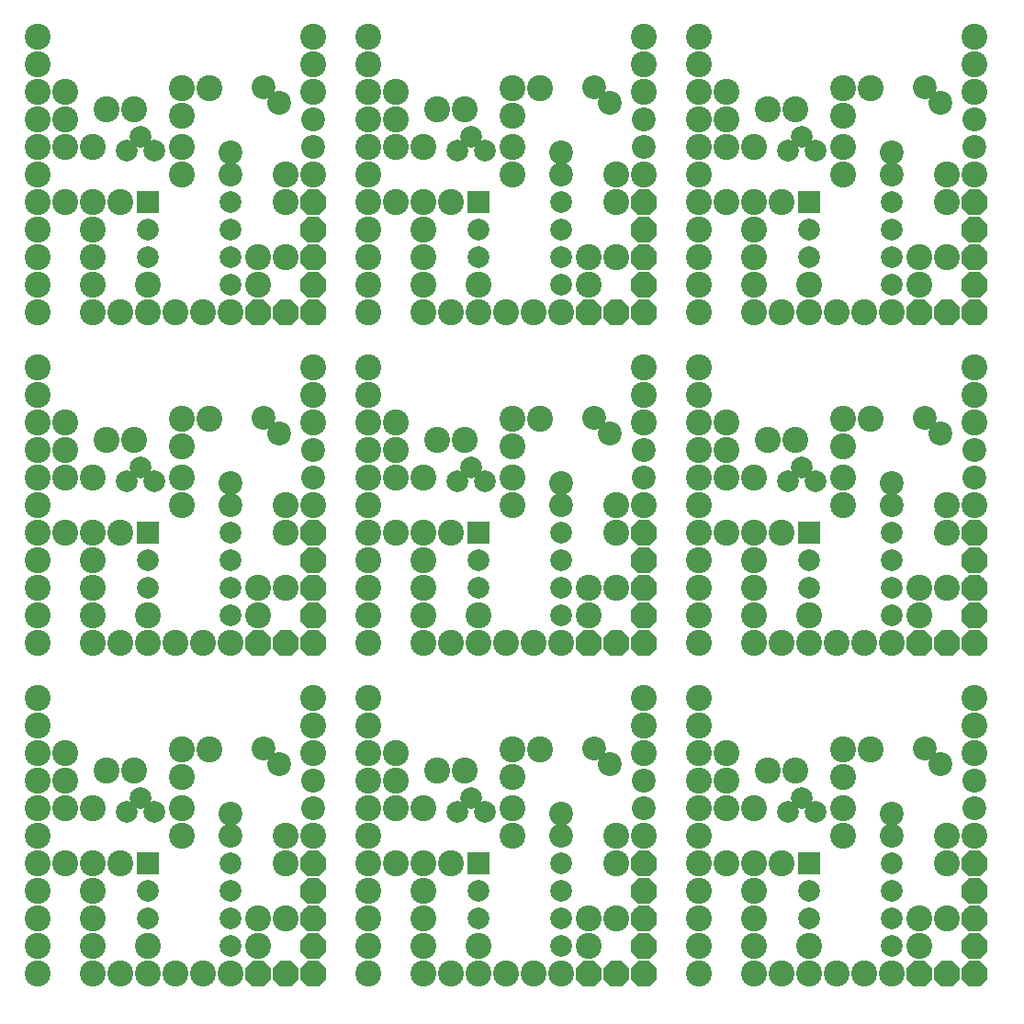
<source format=gbr>
%FSLAX34Y34*%
%MOMM*%
%LNSOLDERMASK_TOP*%
G71*
G01*
%ADD10C, 2.00*%
%ADD11C, 2.40*%
%ADD12C, 2.40*%
%ADD13C, 2.20*%
%ADD14C, 2.40*%
%ADD15C, 2.00*%
%LPD*%
G36*
X143350Y825975D02*
X143350Y805975D01*
X123350Y805975D01*
X123350Y825975D01*
X143350Y825975D01*
G37*
X133350Y790575D02*
G54D10*
D03*
X133350Y765175D02*
G54D10*
D03*
X133350Y739775D02*
G54D10*
D03*
X209550Y739775D02*
G54D10*
D03*
X209550Y765175D02*
G54D10*
D03*
X209550Y790575D02*
G54D10*
D03*
X209550Y815975D02*
G54D10*
D03*
X57150Y917575D02*
G54D11*
D03*
X57150Y892175D02*
G54D11*
D03*
X82550Y790575D02*
G54D11*
D03*
X107950Y815975D02*
G54D11*
D03*
X57150Y815975D02*
G54D11*
D03*
X31750Y892175D02*
G54D12*
D03*
X31750Y917575D02*
G54D12*
D03*
X31750Y942975D02*
G54D12*
D03*
X31750Y968375D02*
G54D12*
D03*
G36*
X273750Y744755D02*
X280770Y751775D01*
X290730Y751775D01*
X297750Y744755D01*
X297750Y734795D01*
X290730Y727775D01*
X280770Y727775D01*
X273750Y734795D01*
X273750Y744755D01*
G37*
G36*
X273750Y770155D02*
X280770Y777175D01*
X290730Y777175D01*
X297750Y770155D01*
X297750Y760195D01*
X290730Y753175D01*
X280770Y753175D01*
X273750Y760195D01*
X273750Y770155D01*
G37*
G36*
X273750Y795555D02*
X280770Y802575D01*
X290730Y802575D01*
X297750Y795555D01*
X297750Y785595D01*
X290730Y778575D01*
X280770Y778575D01*
X273750Y785595D01*
X273750Y795555D01*
G37*
G36*
X273750Y820955D02*
X280770Y827975D01*
X290730Y827975D01*
X297750Y820955D01*
X297750Y810995D01*
X290730Y803975D01*
X280770Y803975D01*
X273750Y810995D01*
X273750Y820955D01*
G37*
X31750Y714380D02*
G54D12*
D03*
X31750Y841375D02*
G54D12*
D03*
X31750Y917575D02*
G54D12*
D03*
X107950Y815975D02*
G54D12*
D03*
X57150Y917575D02*
G54D12*
D03*
X133350Y739775D02*
G54D12*
D03*
X285750Y765175D02*
G54D12*
D03*
X82550Y739775D02*
G54D11*
D03*
X82550Y765175D02*
G54D11*
D03*
X31750Y790575D02*
G54D12*
D03*
X158750Y714375D02*
G54D12*
D03*
X285750Y892175D02*
G54D13*
D03*
X285750Y866775D02*
G54D13*
D03*
X285750Y892175D02*
G54D13*
D03*
X260350Y841375D02*
G54D11*
D03*
X285750Y841375D02*
G54D11*
D03*
X133350Y714375D02*
G54D12*
D03*
X107950Y714375D02*
G54D12*
D03*
G36*
X222950Y719355D02*
X229970Y726375D01*
X239930Y726375D01*
X246950Y719355D01*
X246950Y709395D01*
X239930Y702375D01*
X229970Y702375D01*
X222950Y709395D01*
X222950Y719355D01*
G37*
G36*
X248350Y719355D02*
X255370Y726375D01*
X265330Y726375D01*
X272350Y719355D01*
X272350Y709395D01*
X265330Y702375D01*
X255370Y702375D01*
X248350Y709395D01*
X248350Y719355D01*
G37*
G36*
X273750Y719355D02*
X280770Y726375D01*
X290730Y726375D01*
X297750Y719355D01*
X297750Y709395D01*
X290730Y702375D01*
X280770Y702375D01*
X273750Y709395D01*
X273750Y719355D01*
G37*
X184150Y714375D02*
G54D11*
D03*
X209550Y714375D02*
G54D11*
D03*
X82550Y739775D02*
G54D11*
D03*
X82550Y714375D02*
G54D11*
D03*
X82550Y714380D02*
G54D12*
D03*
X260350Y815975D02*
G54D11*
D03*
X260350Y765175D02*
G54D11*
D03*
X82550Y815975D02*
G54D12*
D03*
X285750Y968375D02*
G54D12*
D03*
X285750Y942975D02*
G54D12*
D03*
X285750Y917575D02*
G54D12*
D03*
X234950Y765175D02*
G54D11*
D03*
X234950Y739775D02*
G54D11*
D03*
X184150Y714375D02*
G54D12*
D03*
X31750Y765180D02*
G54D12*
D03*
X31750Y739775D02*
G54D12*
D03*
X31750Y866775D02*
G54D12*
D03*
X165100Y866775D02*
G54D11*
D03*
X165100Y841375D02*
G54D11*
D03*
X165100Y866770D02*
G54D12*
D03*
X95250Y901700D02*
G54D14*
D03*
X120650Y901700D02*
G54D14*
D03*
X114300Y863600D02*
G54D15*
D03*
X127000Y876300D02*
G54D15*
D03*
X139700Y863600D02*
G54D15*
D03*
X165100Y895350D02*
G54D14*
D03*
X165100Y920750D02*
G54D14*
D03*
X209550Y861375D02*
G54D13*
D03*
X209550Y841375D02*
G54D13*
D03*
X209550Y861380D02*
G54D13*
D03*
X95250Y901700D02*
G54D14*
D03*
X190500Y920750D02*
G54D14*
D03*
X254736Y907766D02*
G54D13*
D03*
X240594Y921908D02*
G54D13*
D03*
X254740Y907770D02*
G54D13*
D03*
X127000Y876300D02*
G54D15*
D03*
X82550Y866775D02*
G54D11*
D03*
X57150Y866775D02*
G54D11*
D03*
X31750Y815975D02*
G54D12*
D03*
G36*
X448150Y825975D02*
X448150Y805975D01*
X428150Y805975D01*
X428150Y825975D01*
X448150Y825975D01*
G37*
X438150Y790575D02*
G54D10*
D03*
X438150Y765175D02*
G54D10*
D03*
X438150Y739775D02*
G54D10*
D03*
X514350Y739775D02*
G54D10*
D03*
X514350Y765175D02*
G54D10*
D03*
X514350Y790575D02*
G54D10*
D03*
X514350Y815975D02*
G54D10*
D03*
X361950Y917575D02*
G54D11*
D03*
X361950Y892175D02*
G54D11*
D03*
X387350Y790575D02*
G54D11*
D03*
X412750Y815975D02*
G54D11*
D03*
X361950Y815975D02*
G54D11*
D03*
X336550Y892175D02*
G54D12*
D03*
X336550Y917575D02*
G54D12*
D03*
X336550Y942975D02*
G54D12*
D03*
X336550Y968375D02*
G54D12*
D03*
G36*
X578550Y744755D02*
X585570Y751775D01*
X595530Y751775D01*
X602550Y744755D01*
X602550Y734795D01*
X595530Y727775D01*
X585570Y727775D01*
X578550Y734795D01*
X578550Y744755D01*
G37*
G36*
X578550Y770155D02*
X585570Y777175D01*
X595530Y777175D01*
X602550Y770155D01*
X602550Y760195D01*
X595530Y753175D01*
X585570Y753175D01*
X578550Y760195D01*
X578550Y770155D01*
G37*
G36*
X578550Y795555D02*
X585570Y802575D01*
X595530Y802575D01*
X602550Y795555D01*
X602550Y785595D01*
X595530Y778575D01*
X585570Y778575D01*
X578550Y785595D01*
X578550Y795555D01*
G37*
G36*
X578550Y820955D02*
X585570Y827975D01*
X595530Y827975D01*
X602550Y820955D01*
X602550Y810995D01*
X595530Y803975D01*
X585570Y803975D01*
X578550Y810995D01*
X578550Y820955D01*
G37*
X336550Y714380D02*
G54D12*
D03*
X336550Y841375D02*
G54D12*
D03*
X336550Y917575D02*
G54D12*
D03*
X412750Y815975D02*
G54D12*
D03*
X361950Y917575D02*
G54D12*
D03*
X438150Y739775D02*
G54D12*
D03*
X590550Y765175D02*
G54D12*
D03*
X387350Y739775D02*
G54D11*
D03*
X387350Y765175D02*
G54D11*
D03*
X336550Y790575D02*
G54D12*
D03*
X463550Y714375D02*
G54D12*
D03*
X590550Y892175D02*
G54D13*
D03*
X590550Y866775D02*
G54D13*
D03*
X590550Y892175D02*
G54D13*
D03*
X565150Y841375D02*
G54D11*
D03*
X590550Y841375D02*
G54D11*
D03*
X438150Y714375D02*
G54D12*
D03*
X412750Y714375D02*
G54D12*
D03*
G36*
X527750Y719355D02*
X534770Y726375D01*
X544730Y726375D01*
X551750Y719355D01*
X551750Y709395D01*
X544730Y702375D01*
X534770Y702375D01*
X527750Y709395D01*
X527750Y719355D01*
G37*
G36*
X553150Y719355D02*
X560170Y726375D01*
X570130Y726375D01*
X577150Y719355D01*
X577150Y709395D01*
X570130Y702375D01*
X560170Y702375D01*
X553150Y709395D01*
X553150Y719355D01*
G37*
G36*
X578550Y719355D02*
X585570Y726375D01*
X595530Y726375D01*
X602550Y719355D01*
X602550Y709395D01*
X595530Y702375D01*
X585570Y702375D01*
X578550Y709395D01*
X578550Y719355D01*
G37*
X488950Y714375D02*
G54D11*
D03*
X514350Y714375D02*
G54D11*
D03*
X387350Y739775D02*
G54D11*
D03*
X387350Y714375D02*
G54D11*
D03*
X387350Y714380D02*
G54D12*
D03*
X565150Y815975D02*
G54D11*
D03*
X565150Y765175D02*
G54D11*
D03*
X387350Y815975D02*
G54D12*
D03*
X590550Y968375D02*
G54D12*
D03*
X590550Y942975D02*
G54D12*
D03*
X590550Y917575D02*
G54D12*
D03*
X539750Y765175D02*
G54D11*
D03*
X539750Y739775D02*
G54D11*
D03*
X488950Y714375D02*
G54D12*
D03*
X336550Y765180D02*
G54D12*
D03*
X336550Y739775D02*
G54D12*
D03*
X336550Y866775D02*
G54D12*
D03*
X469900Y866775D02*
G54D11*
D03*
X469900Y841375D02*
G54D11*
D03*
X469900Y866770D02*
G54D12*
D03*
X400050Y901700D02*
G54D14*
D03*
X425450Y901700D02*
G54D14*
D03*
X419100Y863600D02*
G54D15*
D03*
X431800Y876300D02*
G54D15*
D03*
X444500Y863600D02*
G54D15*
D03*
X469900Y895350D02*
G54D14*
D03*
X469900Y920750D02*
G54D14*
D03*
X514350Y861375D02*
G54D13*
D03*
X514350Y841375D02*
G54D13*
D03*
X514350Y861380D02*
G54D13*
D03*
X400050Y901700D02*
G54D14*
D03*
X495300Y920750D02*
G54D14*
D03*
X559536Y907766D02*
G54D13*
D03*
X545394Y921908D02*
G54D13*
D03*
X559540Y907770D02*
G54D13*
D03*
X431800Y876300D02*
G54D15*
D03*
X387350Y866775D02*
G54D11*
D03*
X361950Y866775D02*
G54D11*
D03*
X336550Y815975D02*
G54D12*
D03*
G36*
X752950Y825975D02*
X752950Y805975D01*
X732950Y805975D01*
X732950Y825975D01*
X752950Y825975D01*
G37*
X742950Y790575D02*
G54D10*
D03*
X742950Y765175D02*
G54D10*
D03*
X742950Y739775D02*
G54D10*
D03*
X819150Y739775D02*
G54D10*
D03*
X819150Y765175D02*
G54D10*
D03*
X819150Y790575D02*
G54D10*
D03*
X819150Y815975D02*
G54D10*
D03*
X666750Y917575D02*
G54D11*
D03*
X666750Y892175D02*
G54D11*
D03*
X692150Y790575D02*
G54D11*
D03*
X717550Y815975D02*
G54D11*
D03*
X666750Y815975D02*
G54D11*
D03*
X641350Y892175D02*
G54D12*
D03*
X641350Y917575D02*
G54D12*
D03*
X641350Y942975D02*
G54D12*
D03*
X641350Y968375D02*
G54D12*
D03*
G36*
X883350Y744755D02*
X890370Y751775D01*
X900330Y751775D01*
X907350Y744755D01*
X907350Y734795D01*
X900330Y727775D01*
X890370Y727775D01*
X883350Y734795D01*
X883350Y744755D01*
G37*
G36*
X883350Y770155D02*
X890370Y777175D01*
X900330Y777175D01*
X907350Y770155D01*
X907350Y760195D01*
X900330Y753175D01*
X890370Y753175D01*
X883350Y760195D01*
X883350Y770155D01*
G37*
G36*
X883350Y795555D02*
X890370Y802575D01*
X900330Y802575D01*
X907350Y795555D01*
X907350Y785595D01*
X900330Y778575D01*
X890370Y778575D01*
X883350Y785595D01*
X883350Y795555D01*
G37*
G36*
X883350Y820955D02*
X890370Y827975D01*
X900330Y827975D01*
X907350Y820955D01*
X907350Y810995D01*
X900330Y803975D01*
X890370Y803975D01*
X883350Y810995D01*
X883350Y820955D01*
G37*
X641350Y714380D02*
G54D12*
D03*
X641350Y841375D02*
G54D12*
D03*
X641350Y917575D02*
G54D12*
D03*
X717550Y815975D02*
G54D12*
D03*
X666750Y917575D02*
G54D12*
D03*
X742950Y739775D02*
G54D12*
D03*
X895350Y765175D02*
G54D12*
D03*
X692150Y739775D02*
G54D11*
D03*
X692150Y765175D02*
G54D11*
D03*
X641350Y790575D02*
G54D12*
D03*
X768350Y714375D02*
G54D12*
D03*
X895350Y892175D02*
G54D13*
D03*
X895350Y866775D02*
G54D13*
D03*
X895350Y892175D02*
G54D13*
D03*
X869950Y841375D02*
G54D11*
D03*
X895350Y841375D02*
G54D11*
D03*
X742950Y714375D02*
G54D12*
D03*
X717550Y714375D02*
G54D12*
D03*
G36*
X832550Y719355D02*
X839570Y726375D01*
X849530Y726375D01*
X856550Y719355D01*
X856550Y709395D01*
X849530Y702375D01*
X839570Y702375D01*
X832550Y709395D01*
X832550Y719355D01*
G37*
G36*
X857950Y719355D02*
X864970Y726375D01*
X874930Y726375D01*
X881950Y719355D01*
X881950Y709395D01*
X874930Y702375D01*
X864970Y702375D01*
X857950Y709395D01*
X857950Y719355D01*
G37*
G36*
X883350Y719355D02*
X890370Y726375D01*
X900330Y726375D01*
X907350Y719355D01*
X907350Y709395D01*
X900330Y702375D01*
X890370Y702375D01*
X883350Y709395D01*
X883350Y719355D01*
G37*
X793750Y714375D02*
G54D11*
D03*
X819150Y714375D02*
G54D11*
D03*
X692150Y739775D02*
G54D11*
D03*
X692150Y714375D02*
G54D11*
D03*
X692150Y714380D02*
G54D12*
D03*
X869950Y815975D02*
G54D11*
D03*
X869950Y765175D02*
G54D11*
D03*
X692150Y815975D02*
G54D12*
D03*
X895350Y968375D02*
G54D12*
D03*
X895350Y942975D02*
G54D12*
D03*
X895350Y917575D02*
G54D12*
D03*
X844550Y765175D02*
G54D11*
D03*
X844550Y739775D02*
G54D11*
D03*
X793750Y714375D02*
G54D12*
D03*
X641350Y765180D02*
G54D12*
D03*
X641350Y739775D02*
G54D12*
D03*
X641350Y866775D02*
G54D12*
D03*
X774700Y866775D02*
G54D11*
D03*
X774700Y841375D02*
G54D11*
D03*
X774700Y866770D02*
G54D12*
D03*
X704850Y901700D02*
G54D14*
D03*
X730250Y901700D02*
G54D14*
D03*
X723900Y863600D02*
G54D15*
D03*
X736600Y876300D02*
G54D15*
D03*
X749300Y863600D02*
G54D15*
D03*
X774700Y895350D02*
G54D14*
D03*
X774700Y920750D02*
G54D14*
D03*
X819150Y861375D02*
G54D13*
D03*
X819150Y841375D02*
G54D13*
D03*
X819150Y861380D02*
G54D13*
D03*
X704850Y901700D02*
G54D14*
D03*
X800100Y920750D02*
G54D14*
D03*
X864336Y907766D02*
G54D13*
D03*
X850194Y921908D02*
G54D13*
D03*
X864340Y907770D02*
G54D13*
D03*
X736600Y876300D02*
G54D15*
D03*
X692150Y866775D02*
G54D11*
D03*
X666750Y866775D02*
G54D11*
D03*
X641350Y815975D02*
G54D12*
D03*
G36*
X143350Y521175D02*
X143350Y501175D01*
X123350Y501175D01*
X123350Y521175D01*
X143350Y521175D01*
G37*
X133350Y485775D02*
G54D10*
D03*
X133350Y460375D02*
G54D10*
D03*
X133350Y434975D02*
G54D10*
D03*
X209550Y434975D02*
G54D10*
D03*
X209550Y460375D02*
G54D10*
D03*
X209550Y485775D02*
G54D10*
D03*
X209550Y511175D02*
G54D10*
D03*
X57150Y612775D02*
G54D11*
D03*
X57150Y587375D02*
G54D11*
D03*
X82550Y485775D02*
G54D11*
D03*
X107950Y511175D02*
G54D11*
D03*
X57150Y511175D02*
G54D11*
D03*
X31750Y587375D02*
G54D12*
D03*
X31750Y612775D02*
G54D12*
D03*
X31750Y638175D02*
G54D12*
D03*
X31750Y663575D02*
G54D12*
D03*
G36*
X273750Y439955D02*
X280770Y446975D01*
X290730Y446975D01*
X297750Y439955D01*
X297750Y429995D01*
X290730Y422975D01*
X280770Y422975D01*
X273750Y429995D01*
X273750Y439955D01*
G37*
G36*
X273750Y465355D02*
X280770Y472375D01*
X290730Y472375D01*
X297750Y465355D01*
X297750Y455395D01*
X290730Y448375D01*
X280770Y448375D01*
X273750Y455395D01*
X273750Y465355D01*
G37*
G36*
X273750Y490755D02*
X280770Y497775D01*
X290730Y497775D01*
X297750Y490755D01*
X297750Y480795D01*
X290730Y473775D01*
X280770Y473775D01*
X273750Y480795D01*
X273750Y490755D01*
G37*
G36*
X273750Y516155D02*
X280770Y523175D01*
X290730Y523175D01*
X297750Y516155D01*
X297750Y506195D01*
X290730Y499175D01*
X280770Y499175D01*
X273750Y506195D01*
X273750Y516155D01*
G37*
X31750Y409580D02*
G54D12*
D03*
X31750Y536575D02*
G54D12*
D03*
X31750Y612775D02*
G54D12*
D03*
X107950Y511175D02*
G54D12*
D03*
X57150Y612775D02*
G54D12*
D03*
X133350Y434975D02*
G54D12*
D03*
X285750Y460375D02*
G54D12*
D03*
X82550Y434975D02*
G54D11*
D03*
X82550Y460375D02*
G54D11*
D03*
X31750Y485775D02*
G54D12*
D03*
X158750Y409575D02*
G54D12*
D03*
X285750Y587375D02*
G54D13*
D03*
X285750Y561975D02*
G54D13*
D03*
X285750Y587375D02*
G54D13*
D03*
X260350Y536575D02*
G54D11*
D03*
X285750Y536575D02*
G54D11*
D03*
X133350Y409575D02*
G54D12*
D03*
X107950Y409575D02*
G54D12*
D03*
G36*
X222950Y414555D02*
X229970Y421575D01*
X239930Y421575D01*
X246950Y414555D01*
X246950Y404595D01*
X239930Y397575D01*
X229970Y397575D01*
X222950Y404595D01*
X222950Y414555D01*
G37*
G36*
X248350Y414555D02*
X255370Y421575D01*
X265330Y421575D01*
X272350Y414555D01*
X272350Y404595D01*
X265330Y397575D01*
X255370Y397575D01*
X248350Y404595D01*
X248350Y414555D01*
G37*
G36*
X273750Y414555D02*
X280770Y421575D01*
X290730Y421575D01*
X297750Y414555D01*
X297750Y404595D01*
X290730Y397575D01*
X280770Y397575D01*
X273750Y404595D01*
X273750Y414555D01*
G37*
X184150Y409575D02*
G54D11*
D03*
X209550Y409575D02*
G54D11*
D03*
X82550Y434975D02*
G54D11*
D03*
X82550Y409575D02*
G54D11*
D03*
X82550Y409580D02*
G54D12*
D03*
X260350Y511175D02*
G54D11*
D03*
X260350Y460375D02*
G54D11*
D03*
X82550Y511175D02*
G54D12*
D03*
X285750Y663575D02*
G54D12*
D03*
X285750Y638175D02*
G54D12*
D03*
X285750Y612775D02*
G54D12*
D03*
X234950Y460375D02*
G54D11*
D03*
X234950Y434975D02*
G54D11*
D03*
X184150Y409575D02*
G54D12*
D03*
X31750Y460380D02*
G54D12*
D03*
X31750Y434975D02*
G54D12*
D03*
X31750Y561975D02*
G54D12*
D03*
X165100Y561975D02*
G54D11*
D03*
X165100Y536575D02*
G54D11*
D03*
X165100Y561970D02*
G54D12*
D03*
X95250Y596900D02*
G54D14*
D03*
X120650Y596900D02*
G54D14*
D03*
X114300Y558800D02*
G54D15*
D03*
X127000Y571500D02*
G54D15*
D03*
X139700Y558800D02*
G54D15*
D03*
X165100Y590550D02*
G54D14*
D03*
X165100Y615950D02*
G54D14*
D03*
X209550Y556575D02*
G54D13*
D03*
X209550Y536575D02*
G54D13*
D03*
X209550Y556580D02*
G54D13*
D03*
X95250Y596900D02*
G54D14*
D03*
X190500Y615950D02*
G54D14*
D03*
X254736Y602966D02*
G54D13*
D03*
X240594Y617108D02*
G54D13*
D03*
X254740Y602970D02*
G54D13*
D03*
X127000Y571500D02*
G54D15*
D03*
X82550Y561975D02*
G54D11*
D03*
X57150Y561975D02*
G54D11*
D03*
X31750Y511175D02*
G54D12*
D03*
G36*
X448150Y521175D02*
X448150Y501175D01*
X428150Y501175D01*
X428150Y521175D01*
X448150Y521175D01*
G37*
X438150Y485775D02*
G54D10*
D03*
X438150Y460375D02*
G54D10*
D03*
X438150Y434975D02*
G54D10*
D03*
X514350Y434975D02*
G54D10*
D03*
X514350Y460375D02*
G54D10*
D03*
X514350Y485775D02*
G54D10*
D03*
X514350Y511175D02*
G54D10*
D03*
X361950Y612775D02*
G54D11*
D03*
X361950Y587375D02*
G54D11*
D03*
X387350Y485775D02*
G54D11*
D03*
X412750Y511175D02*
G54D11*
D03*
X361950Y511175D02*
G54D11*
D03*
X336550Y587375D02*
G54D12*
D03*
X336550Y612775D02*
G54D12*
D03*
X336550Y638175D02*
G54D12*
D03*
X336550Y663575D02*
G54D12*
D03*
G36*
X578550Y439955D02*
X585570Y446975D01*
X595530Y446975D01*
X602550Y439955D01*
X602550Y429995D01*
X595530Y422975D01*
X585570Y422975D01*
X578550Y429995D01*
X578550Y439955D01*
G37*
G36*
X578550Y465355D02*
X585570Y472375D01*
X595530Y472375D01*
X602550Y465355D01*
X602550Y455395D01*
X595530Y448375D01*
X585570Y448375D01*
X578550Y455395D01*
X578550Y465355D01*
G37*
G36*
X578550Y490755D02*
X585570Y497775D01*
X595530Y497775D01*
X602550Y490755D01*
X602550Y480795D01*
X595530Y473775D01*
X585570Y473775D01*
X578550Y480795D01*
X578550Y490755D01*
G37*
G36*
X578550Y516155D02*
X585570Y523175D01*
X595530Y523175D01*
X602550Y516155D01*
X602550Y506195D01*
X595530Y499175D01*
X585570Y499175D01*
X578550Y506195D01*
X578550Y516155D01*
G37*
X336550Y409580D02*
G54D12*
D03*
X336550Y536575D02*
G54D12*
D03*
X336550Y612775D02*
G54D12*
D03*
X412750Y511175D02*
G54D12*
D03*
X361950Y612775D02*
G54D12*
D03*
X438150Y434975D02*
G54D12*
D03*
X590550Y460375D02*
G54D12*
D03*
X387350Y434975D02*
G54D11*
D03*
X387350Y460375D02*
G54D11*
D03*
X336550Y485775D02*
G54D12*
D03*
X463550Y409575D02*
G54D12*
D03*
X590550Y587375D02*
G54D13*
D03*
X590550Y561975D02*
G54D13*
D03*
X590550Y587375D02*
G54D13*
D03*
X565150Y536575D02*
G54D11*
D03*
X590550Y536575D02*
G54D11*
D03*
X438150Y409575D02*
G54D12*
D03*
X412750Y409575D02*
G54D12*
D03*
G36*
X527750Y414555D02*
X534770Y421575D01*
X544730Y421575D01*
X551750Y414555D01*
X551750Y404595D01*
X544730Y397575D01*
X534770Y397575D01*
X527750Y404595D01*
X527750Y414555D01*
G37*
G36*
X553150Y414555D02*
X560170Y421575D01*
X570130Y421575D01*
X577150Y414555D01*
X577150Y404595D01*
X570130Y397575D01*
X560170Y397575D01*
X553150Y404595D01*
X553150Y414555D01*
G37*
G36*
X578550Y414555D02*
X585570Y421575D01*
X595530Y421575D01*
X602550Y414555D01*
X602550Y404595D01*
X595530Y397575D01*
X585570Y397575D01*
X578550Y404595D01*
X578550Y414555D01*
G37*
X488950Y409575D02*
G54D11*
D03*
X514350Y409575D02*
G54D11*
D03*
X387350Y434975D02*
G54D11*
D03*
X387350Y409575D02*
G54D11*
D03*
X387350Y409580D02*
G54D12*
D03*
X565150Y511175D02*
G54D11*
D03*
X565150Y460375D02*
G54D11*
D03*
X387350Y511175D02*
G54D12*
D03*
X590550Y663575D02*
G54D12*
D03*
X590550Y638175D02*
G54D12*
D03*
X590550Y612775D02*
G54D12*
D03*
X539750Y460375D02*
G54D11*
D03*
X539750Y434975D02*
G54D11*
D03*
X488950Y409575D02*
G54D12*
D03*
X336550Y460380D02*
G54D12*
D03*
X336550Y434975D02*
G54D12*
D03*
X336550Y561975D02*
G54D12*
D03*
X469900Y561975D02*
G54D11*
D03*
X469900Y536575D02*
G54D11*
D03*
X469900Y561970D02*
G54D12*
D03*
X400050Y596900D02*
G54D14*
D03*
X425450Y596900D02*
G54D14*
D03*
X419100Y558800D02*
G54D15*
D03*
X431800Y571500D02*
G54D15*
D03*
X444500Y558800D02*
G54D15*
D03*
X469900Y590550D02*
G54D14*
D03*
X469900Y615950D02*
G54D14*
D03*
X514350Y556575D02*
G54D13*
D03*
X514350Y536575D02*
G54D13*
D03*
X514350Y556580D02*
G54D13*
D03*
X400050Y596900D02*
G54D14*
D03*
X495300Y615950D02*
G54D14*
D03*
X559536Y602966D02*
G54D13*
D03*
X545394Y617108D02*
G54D13*
D03*
X559540Y602970D02*
G54D13*
D03*
X431800Y571500D02*
G54D15*
D03*
X387350Y561975D02*
G54D11*
D03*
X361950Y561975D02*
G54D11*
D03*
X336550Y511175D02*
G54D12*
D03*
G36*
X752950Y521175D02*
X752950Y501175D01*
X732950Y501175D01*
X732950Y521175D01*
X752950Y521175D01*
G37*
X742950Y485775D02*
G54D10*
D03*
X742950Y460375D02*
G54D10*
D03*
X742950Y434975D02*
G54D10*
D03*
X819150Y434975D02*
G54D10*
D03*
X819150Y460375D02*
G54D10*
D03*
X819150Y485775D02*
G54D10*
D03*
X819150Y511175D02*
G54D10*
D03*
X666750Y612775D02*
G54D11*
D03*
X666750Y587375D02*
G54D11*
D03*
X692150Y485775D02*
G54D11*
D03*
X717550Y511175D02*
G54D11*
D03*
X666750Y511175D02*
G54D11*
D03*
X641350Y587375D02*
G54D12*
D03*
X641350Y612775D02*
G54D12*
D03*
X641350Y638175D02*
G54D12*
D03*
X641350Y663575D02*
G54D12*
D03*
G36*
X883350Y439955D02*
X890370Y446975D01*
X900330Y446975D01*
X907350Y439955D01*
X907350Y429995D01*
X900330Y422975D01*
X890370Y422975D01*
X883350Y429995D01*
X883350Y439955D01*
G37*
G36*
X883350Y465355D02*
X890370Y472375D01*
X900330Y472375D01*
X907350Y465355D01*
X907350Y455395D01*
X900330Y448375D01*
X890370Y448375D01*
X883350Y455395D01*
X883350Y465355D01*
G37*
G36*
X883350Y490755D02*
X890370Y497775D01*
X900330Y497775D01*
X907350Y490755D01*
X907350Y480795D01*
X900330Y473775D01*
X890370Y473775D01*
X883350Y480795D01*
X883350Y490755D01*
G37*
G36*
X883350Y516155D02*
X890370Y523175D01*
X900330Y523175D01*
X907350Y516155D01*
X907350Y506195D01*
X900330Y499175D01*
X890370Y499175D01*
X883350Y506195D01*
X883350Y516155D01*
G37*
X641350Y409580D02*
G54D12*
D03*
X641350Y536575D02*
G54D12*
D03*
X641350Y612775D02*
G54D12*
D03*
X717550Y511175D02*
G54D12*
D03*
X666750Y612775D02*
G54D12*
D03*
X742950Y434975D02*
G54D12*
D03*
X895350Y460375D02*
G54D12*
D03*
X692150Y434975D02*
G54D11*
D03*
X692150Y460375D02*
G54D11*
D03*
X641350Y485775D02*
G54D12*
D03*
X768350Y409575D02*
G54D12*
D03*
X895350Y587375D02*
G54D13*
D03*
X895350Y561975D02*
G54D13*
D03*
X895350Y587375D02*
G54D13*
D03*
X869950Y536575D02*
G54D11*
D03*
X895350Y536575D02*
G54D11*
D03*
X742950Y409575D02*
G54D12*
D03*
X717550Y409575D02*
G54D12*
D03*
G36*
X832550Y414555D02*
X839570Y421575D01*
X849530Y421575D01*
X856550Y414555D01*
X856550Y404595D01*
X849530Y397575D01*
X839570Y397575D01*
X832550Y404595D01*
X832550Y414555D01*
G37*
G36*
X857950Y414555D02*
X864970Y421575D01*
X874930Y421575D01*
X881950Y414555D01*
X881950Y404595D01*
X874930Y397575D01*
X864970Y397575D01*
X857950Y404595D01*
X857950Y414555D01*
G37*
G36*
X883350Y414555D02*
X890370Y421575D01*
X900330Y421575D01*
X907350Y414555D01*
X907350Y404595D01*
X900330Y397575D01*
X890370Y397575D01*
X883350Y404595D01*
X883350Y414555D01*
G37*
X793750Y409575D02*
G54D11*
D03*
X819150Y409575D02*
G54D11*
D03*
X692150Y434975D02*
G54D11*
D03*
X692150Y409575D02*
G54D11*
D03*
X692150Y409580D02*
G54D12*
D03*
X869950Y511175D02*
G54D11*
D03*
X869950Y460375D02*
G54D11*
D03*
X692150Y511175D02*
G54D12*
D03*
X895350Y663575D02*
G54D12*
D03*
X895350Y638175D02*
G54D12*
D03*
X895350Y612775D02*
G54D12*
D03*
X844550Y460375D02*
G54D11*
D03*
X844550Y434975D02*
G54D11*
D03*
X793750Y409575D02*
G54D12*
D03*
X641350Y460380D02*
G54D12*
D03*
X641350Y434975D02*
G54D12*
D03*
X641350Y561975D02*
G54D12*
D03*
X774700Y561975D02*
G54D11*
D03*
X774700Y536575D02*
G54D11*
D03*
X774700Y561970D02*
G54D12*
D03*
X704850Y596900D02*
G54D14*
D03*
X730250Y596900D02*
G54D14*
D03*
X723900Y558800D02*
G54D15*
D03*
X736600Y571500D02*
G54D15*
D03*
X749300Y558800D02*
G54D15*
D03*
X774700Y590550D02*
G54D14*
D03*
X774700Y615950D02*
G54D14*
D03*
X819150Y556575D02*
G54D13*
D03*
X819150Y536575D02*
G54D13*
D03*
X819150Y556580D02*
G54D13*
D03*
X704850Y596900D02*
G54D14*
D03*
X800100Y615950D02*
G54D14*
D03*
X864336Y602966D02*
G54D13*
D03*
X850194Y617108D02*
G54D13*
D03*
X864340Y602970D02*
G54D13*
D03*
X736600Y571500D02*
G54D15*
D03*
X692150Y561975D02*
G54D11*
D03*
X666750Y561975D02*
G54D11*
D03*
X641350Y511175D02*
G54D12*
D03*
G36*
X143350Y216375D02*
X143350Y196375D01*
X123350Y196375D01*
X123350Y216375D01*
X143350Y216375D01*
G37*
X133350Y180975D02*
G54D10*
D03*
X133350Y155575D02*
G54D10*
D03*
X133350Y130175D02*
G54D10*
D03*
X209550Y130175D02*
G54D10*
D03*
X209550Y155575D02*
G54D10*
D03*
X209550Y180975D02*
G54D10*
D03*
X209550Y206375D02*
G54D10*
D03*
X57150Y307975D02*
G54D11*
D03*
X57150Y282575D02*
G54D11*
D03*
X82550Y180975D02*
G54D11*
D03*
X107950Y206375D02*
G54D11*
D03*
X57150Y206375D02*
G54D11*
D03*
X31750Y282575D02*
G54D12*
D03*
X31750Y307975D02*
G54D12*
D03*
X31750Y333375D02*
G54D12*
D03*
X31750Y358775D02*
G54D12*
D03*
G36*
X273750Y135155D02*
X280770Y142175D01*
X290730Y142175D01*
X297750Y135155D01*
X297750Y125195D01*
X290730Y118175D01*
X280770Y118175D01*
X273750Y125195D01*
X273750Y135155D01*
G37*
G36*
X273750Y160555D02*
X280770Y167575D01*
X290730Y167575D01*
X297750Y160555D01*
X297750Y150595D01*
X290730Y143575D01*
X280770Y143575D01*
X273750Y150595D01*
X273750Y160555D01*
G37*
G36*
X273750Y185955D02*
X280770Y192975D01*
X290730Y192975D01*
X297750Y185955D01*
X297750Y175995D01*
X290730Y168975D01*
X280770Y168975D01*
X273750Y175995D01*
X273750Y185955D01*
G37*
G36*
X273750Y211355D02*
X280770Y218375D01*
X290730Y218375D01*
X297750Y211355D01*
X297750Y201395D01*
X290730Y194375D01*
X280770Y194375D01*
X273750Y201395D01*
X273750Y211355D01*
G37*
X31750Y104780D02*
G54D12*
D03*
X31750Y231775D02*
G54D12*
D03*
X31750Y307975D02*
G54D12*
D03*
X107950Y206375D02*
G54D12*
D03*
X57150Y307975D02*
G54D12*
D03*
X133350Y130175D02*
G54D12*
D03*
X285750Y155575D02*
G54D12*
D03*
X82550Y130175D02*
G54D11*
D03*
X82550Y155575D02*
G54D11*
D03*
X31750Y180975D02*
G54D12*
D03*
X158750Y104775D02*
G54D12*
D03*
X285750Y282575D02*
G54D13*
D03*
X285750Y257175D02*
G54D13*
D03*
X285750Y282575D02*
G54D13*
D03*
X260350Y231775D02*
G54D11*
D03*
X285750Y231775D02*
G54D11*
D03*
X133350Y104775D02*
G54D12*
D03*
X107950Y104775D02*
G54D12*
D03*
G36*
X222950Y109755D02*
X229970Y116775D01*
X239930Y116775D01*
X246950Y109755D01*
X246950Y99795D01*
X239930Y92775D01*
X229970Y92775D01*
X222950Y99795D01*
X222950Y109755D01*
G37*
G36*
X248350Y109755D02*
X255370Y116775D01*
X265330Y116775D01*
X272350Y109755D01*
X272350Y99795D01*
X265330Y92775D01*
X255370Y92775D01*
X248350Y99795D01*
X248350Y109755D01*
G37*
G36*
X273750Y109755D02*
X280770Y116775D01*
X290730Y116775D01*
X297750Y109755D01*
X297750Y99795D01*
X290730Y92775D01*
X280770Y92775D01*
X273750Y99795D01*
X273750Y109755D01*
G37*
X184150Y104775D02*
G54D11*
D03*
X209550Y104775D02*
G54D11*
D03*
X82550Y130175D02*
G54D11*
D03*
X82550Y104775D02*
G54D11*
D03*
X82550Y104780D02*
G54D12*
D03*
X260350Y206375D02*
G54D11*
D03*
X260350Y155575D02*
G54D11*
D03*
X82550Y206375D02*
G54D12*
D03*
X285750Y358775D02*
G54D12*
D03*
X285750Y333375D02*
G54D12*
D03*
X285750Y307975D02*
G54D12*
D03*
X234950Y155575D02*
G54D11*
D03*
X234950Y130175D02*
G54D11*
D03*
X184150Y104775D02*
G54D12*
D03*
X31750Y155580D02*
G54D12*
D03*
X31750Y130175D02*
G54D12*
D03*
X31750Y257175D02*
G54D12*
D03*
X165100Y257175D02*
G54D11*
D03*
X165100Y231775D02*
G54D11*
D03*
X165100Y257170D02*
G54D12*
D03*
X95250Y292100D02*
G54D14*
D03*
X120650Y292100D02*
G54D14*
D03*
X114300Y254000D02*
G54D15*
D03*
X127000Y266700D02*
G54D15*
D03*
X139700Y254000D02*
G54D15*
D03*
X165100Y285750D02*
G54D14*
D03*
X165100Y311150D02*
G54D14*
D03*
X209550Y251775D02*
G54D13*
D03*
X209550Y231775D02*
G54D13*
D03*
X209550Y251780D02*
G54D13*
D03*
X95250Y292100D02*
G54D14*
D03*
X190500Y311150D02*
G54D14*
D03*
X254736Y298166D02*
G54D13*
D03*
X240594Y312308D02*
G54D13*
D03*
X254740Y298170D02*
G54D13*
D03*
X127000Y266700D02*
G54D15*
D03*
X82550Y257175D02*
G54D11*
D03*
X57150Y257175D02*
G54D11*
D03*
X31750Y206375D02*
G54D12*
D03*
G36*
X448150Y216375D02*
X448150Y196375D01*
X428150Y196375D01*
X428150Y216375D01*
X448150Y216375D01*
G37*
X438150Y180975D02*
G54D10*
D03*
X438150Y155575D02*
G54D10*
D03*
X438150Y130175D02*
G54D10*
D03*
X514350Y130175D02*
G54D10*
D03*
X514350Y155575D02*
G54D10*
D03*
X514350Y180975D02*
G54D10*
D03*
X514350Y206375D02*
G54D10*
D03*
X361950Y307975D02*
G54D11*
D03*
X361950Y282575D02*
G54D11*
D03*
X387350Y180975D02*
G54D11*
D03*
X412750Y206375D02*
G54D11*
D03*
X361950Y206375D02*
G54D11*
D03*
X336550Y282575D02*
G54D12*
D03*
X336550Y307975D02*
G54D12*
D03*
X336550Y333375D02*
G54D12*
D03*
X336550Y358775D02*
G54D12*
D03*
G36*
X578550Y135155D02*
X585570Y142175D01*
X595530Y142175D01*
X602550Y135155D01*
X602550Y125195D01*
X595530Y118175D01*
X585570Y118175D01*
X578550Y125195D01*
X578550Y135155D01*
G37*
G36*
X578550Y160555D02*
X585570Y167575D01*
X595530Y167575D01*
X602550Y160555D01*
X602550Y150595D01*
X595530Y143575D01*
X585570Y143575D01*
X578550Y150595D01*
X578550Y160555D01*
G37*
G36*
X578550Y185955D02*
X585570Y192975D01*
X595530Y192975D01*
X602550Y185955D01*
X602550Y175995D01*
X595530Y168975D01*
X585570Y168975D01*
X578550Y175995D01*
X578550Y185955D01*
G37*
G36*
X578550Y211355D02*
X585570Y218375D01*
X595530Y218375D01*
X602550Y211355D01*
X602550Y201395D01*
X595530Y194375D01*
X585570Y194375D01*
X578550Y201395D01*
X578550Y211355D01*
G37*
X336550Y104780D02*
G54D12*
D03*
X336550Y231775D02*
G54D12*
D03*
X336550Y307975D02*
G54D12*
D03*
X412750Y206375D02*
G54D12*
D03*
X361950Y307975D02*
G54D12*
D03*
X438150Y130175D02*
G54D12*
D03*
X590550Y155575D02*
G54D12*
D03*
X387350Y130175D02*
G54D11*
D03*
X387350Y155575D02*
G54D11*
D03*
X336550Y180975D02*
G54D12*
D03*
X463550Y104775D02*
G54D12*
D03*
X590550Y282575D02*
G54D13*
D03*
X590550Y257175D02*
G54D13*
D03*
X590550Y282575D02*
G54D13*
D03*
X565150Y231775D02*
G54D11*
D03*
X590550Y231775D02*
G54D11*
D03*
X438150Y104775D02*
G54D12*
D03*
X412750Y104775D02*
G54D12*
D03*
G36*
X527750Y109755D02*
X534770Y116775D01*
X544730Y116775D01*
X551750Y109755D01*
X551750Y99795D01*
X544730Y92775D01*
X534770Y92775D01*
X527750Y99795D01*
X527750Y109755D01*
G37*
G36*
X553150Y109755D02*
X560170Y116775D01*
X570130Y116775D01*
X577150Y109755D01*
X577150Y99795D01*
X570130Y92775D01*
X560170Y92775D01*
X553150Y99795D01*
X553150Y109755D01*
G37*
G36*
X578550Y109755D02*
X585570Y116775D01*
X595530Y116775D01*
X602550Y109755D01*
X602550Y99795D01*
X595530Y92775D01*
X585570Y92775D01*
X578550Y99795D01*
X578550Y109755D01*
G37*
X488950Y104775D02*
G54D11*
D03*
X514350Y104775D02*
G54D11*
D03*
X387350Y130175D02*
G54D11*
D03*
X387350Y104775D02*
G54D11*
D03*
X387350Y104780D02*
G54D12*
D03*
X565150Y206375D02*
G54D11*
D03*
X565150Y155575D02*
G54D11*
D03*
X387350Y206375D02*
G54D12*
D03*
X590550Y358775D02*
G54D12*
D03*
X590550Y333375D02*
G54D12*
D03*
X590550Y307975D02*
G54D12*
D03*
X539750Y155575D02*
G54D11*
D03*
X539750Y130175D02*
G54D11*
D03*
X488950Y104775D02*
G54D12*
D03*
X336550Y155580D02*
G54D12*
D03*
X336550Y130175D02*
G54D12*
D03*
X336550Y257175D02*
G54D12*
D03*
X469900Y257175D02*
G54D11*
D03*
X469900Y231775D02*
G54D11*
D03*
X469900Y257170D02*
G54D12*
D03*
X400050Y292100D02*
G54D14*
D03*
X425450Y292100D02*
G54D14*
D03*
X419100Y254000D02*
G54D15*
D03*
X431800Y266700D02*
G54D15*
D03*
X444500Y254000D02*
G54D15*
D03*
X469900Y285750D02*
G54D14*
D03*
X469900Y311150D02*
G54D14*
D03*
X514350Y251775D02*
G54D13*
D03*
X514350Y231775D02*
G54D13*
D03*
X514350Y251780D02*
G54D13*
D03*
X400050Y292100D02*
G54D14*
D03*
X495300Y311150D02*
G54D14*
D03*
X559536Y298166D02*
G54D13*
D03*
X545394Y312308D02*
G54D13*
D03*
X559540Y298170D02*
G54D13*
D03*
X431800Y266700D02*
G54D15*
D03*
X387350Y257175D02*
G54D11*
D03*
X361950Y257175D02*
G54D11*
D03*
X336550Y206375D02*
G54D12*
D03*
G36*
X752950Y216375D02*
X752950Y196375D01*
X732950Y196375D01*
X732950Y216375D01*
X752950Y216375D01*
G37*
X742950Y180975D02*
G54D10*
D03*
X742950Y155575D02*
G54D10*
D03*
X742950Y130175D02*
G54D10*
D03*
X819150Y130175D02*
G54D10*
D03*
X819150Y155575D02*
G54D10*
D03*
X819150Y180975D02*
G54D10*
D03*
X819150Y206375D02*
G54D10*
D03*
X666750Y307975D02*
G54D11*
D03*
X666750Y282575D02*
G54D11*
D03*
X692150Y180975D02*
G54D11*
D03*
X717550Y206375D02*
G54D11*
D03*
X666750Y206375D02*
G54D11*
D03*
X641350Y282575D02*
G54D12*
D03*
X641350Y307975D02*
G54D12*
D03*
X641350Y333375D02*
G54D12*
D03*
X641350Y358775D02*
G54D12*
D03*
G36*
X883350Y135155D02*
X890370Y142175D01*
X900330Y142175D01*
X907350Y135155D01*
X907350Y125195D01*
X900330Y118175D01*
X890370Y118175D01*
X883350Y125195D01*
X883350Y135155D01*
G37*
G36*
X883350Y160555D02*
X890370Y167575D01*
X900330Y167575D01*
X907350Y160555D01*
X907350Y150595D01*
X900330Y143575D01*
X890370Y143575D01*
X883350Y150595D01*
X883350Y160555D01*
G37*
G36*
X883350Y185955D02*
X890370Y192975D01*
X900330Y192975D01*
X907350Y185955D01*
X907350Y175995D01*
X900330Y168975D01*
X890370Y168975D01*
X883350Y175995D01*
X883350Y185955D01*
G37*
G36*
X883350Y211355D02*
X890370Y218375D01*
X900330Y218375D01*
X907350Y211355D01*
X907350Y201395D01*
X900330Y194375D01*
X890370Y194375D01*
X883350Y201395D01*
X883350Y211355D01*
G37*
X641350Y104780D02*
G54D12*
D03*
X641350Y231775D02*
G54D12*
D03*
X641350Y307975D02*
G54D12*
D03*
X717550Y206375D02*
G54D12*
D03*
X666750Y307975D02*
G54D12*
D03*
X742950Y130175D02*
G54D12*
D03*
X895350Y155575D02*
G54D12*
D03*
X692150Y130175D02*
G54D11*
D03*
X692150Y155575D02*
G54D11*
D03*
X641350Y180975D02*
G54D12*
D03*
X768350Y104775D02*
G54D12*
D03*
X895350Y282575D02*
G54D13*
D03*
X895350Y257175D02*
G54D13*
D03*
X895350Y282575D02*
G54D13*
D03*
X869950Y231775D02*
G54D11*
D03*
X895350Y231775D02*
G54D11*
D03*
X742950Y104775D02*
G54D12*
D03*
X717550Y104775D02*
G54D12*
D03*
G36*
X832550Y109755D02*
X839570Y116775D01*
X849530Y116775D01*
X856550Y109755D01*
X856550Y99795D01*
X849530Y92775D01*
X839570Y92775D01*
X832550Y99795D01*
X832550Y109755D01*
G37*
G36*
X857950Y109755D02*
X864970Y116775D01*
X874930Y116775D01*
X881950Y109755D01*
X881950Y99795D01*
X874930Y92775D01*
X864970Y92775D01*
X857950Y99795D01*
X857950Y109755D01*
G37*
G36*
X883350Y109755D02*
X890370Y116775D01*
X900330Y116775D01*
X907350Y109755D01*
X907350Y99795D01*
X900330Y92775D01*
X890370Y92775D01*
X883350Y99795D01*
X883350Y109755D01*
G37*
X793750Y104775D02*
G54D11*
D03*
X819150Y104775D02*
G54D11*
D03*
X692150Y130175D02*
G54D11*
D03*
X692150Y104775D02*
G54D11*
D03*
X692150Y104780D02*
G54D12*
D03*
X869950Y206375D02*
G54D11*
D03*
X869950Y155575D02*
G54D11*
D03*
X692150Y206375D02*
G54D12*
D03*
X895350Y358775D02*
G54D12*
D03*
X895350Y333375D02*
G54D12*
D03*
X895350Y307975D02*
G54D12*
D03*
X844550Y155575D02*
G54D11*
D03*
X844550Y130175D02*
G54D11*
D03*
X793750Y104775D02*
G54D12*
D03*
X641350Y155580D02*
G54D12*
D03*
X641350Y130175D02*
G54D12*
D03*
X641350Y257175D02*
G54D12*
D03*
X774700Y257175D02*
G54D11*
D03*
X774700Y231775D02*
G54D11*
D03*
X774700Y257170D02*
G54D12*
D03*
X704850Y292100D02*
G54D14*
D03*
X730250Y292100D02*
G54D14*
D03*
X723900Y254000D02*
G54D15*
D03*
X736600Y266700D02*
G54D15*
D03*
X749300Y254000D02*
G54D15*
D03*
X774700Y285750D02*
G54D14*
D03*
X774700Y311150D02*
G54D14*
D03*
X819150Y251775D02*
G54D13*
D03*
X819150Y231775D02*
G54D13*
D03*
X819150Y251780D02*
G54D13*
D03*
X704850Y292100D02*
G54D14*
D03*
X800100Y311150D02*
G54D14*
D03*
X864336Y298166D02*
G54D13*
D03*
X850194Y312308D02*
G54D13*
D03*
X864340Y298170D02*
G54D13*
D03*
X736600Y266700D02*
G54D15*
D03*
X692150Y257175D02*
G54D11*
D03*
X666750Y257175D02*
G54D11*
D03*
X641350Y206375D02*
G54D12*
D03*
M02*

</source>
